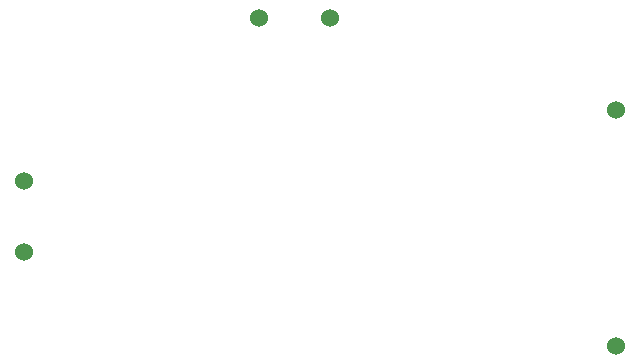
<source format=gbr>
%TF.GenerationSoftware,KiCad,Pcbnew,(6.0.7)*%
%TF.CreationDate,2022-09-05T14:44:38+08:00*%
%TF.ProjectId,6_1_3,365f315f-332e-46b6-9963-61645f706362,rev?*%
%TF.SameCoordinates,Original*%
%TF.FileFunction,Copper,L2,Bot*%
%TF.FilePolarity,Positive*%
%FSLAX46Y46*%
G04 Gerber Fmt 4.6, Leading zero omitted, Abs format (unit mm)*
G04 Created by KiCad (PCBNEW (6.0.7)) date 2022-09-05 14:44:38*
%MOMM*%
%LPD*%
G01*
G04 APERTURE LIST*
%TA.AperFunction,ComponentPad*%
%ADD10C,1.524000*%
%TD*%
G04 APERTURE END LIST*
D10*
%TO.P,MM,1,+*%
%TO.N,Net-(Es1-Pad1)*%
X65021200Y-39217600D03*
%TO.P,MM,2,-*%
%TO.N,Net-(R1-Pad1)*%
X71021200Y-39217600D03*
%TD*%
%TO.P,Es1,1,+*%
%TO.N,Net-(Es1-Pad1)*%
X45161200Y-53032400D03*
%TO.P,Es1,2,-*%
%TO.N,Net-(Es1-Pad2)*%
X45161200Y-59032400D03*
%TD*%
%TO.P,R1,1*%
%TO.N,Net-(R1-Pad1)*%
X95250000Y-47048400D03*
%TO.P,R1,2*%
%TO.N,Net-(Es1-Pad2)*%
X95250000Y-67048400D03*
%TD*%
M02*

</source>
